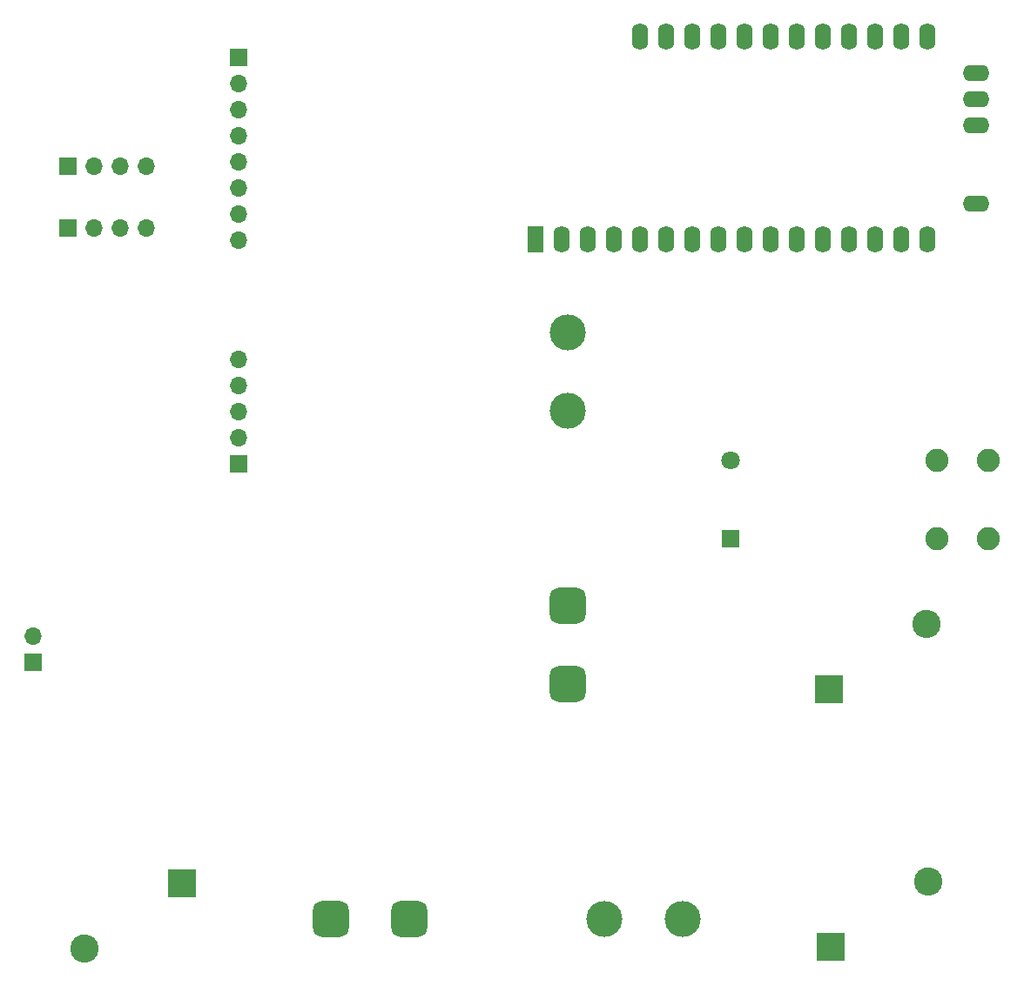
<source format=gbs>
%TF.GenerationSoftware,KiCad,Pcbnew,8.0.7*%
%TF.CreationDate,2025-01-14T10:08:52+01:00*%
%TF.ProjectId,pv_test_station,70765f74-6573-4745-9f73-746174696f6e,rev?*%
%TF.SameCoordinates,Original*%
%TF.FileFunction,Soldermask,Bot*%
%TF.FilePolarity,Negative*%
%FSLAX46Y46*%
G04 Gerber Fmt 4.6, Leading zero omitted, Abs format (unit mm)*
G04 Created by KiCad (PCBNEW 8.0.7) date 2025-01-14 10:08:52*
%MOMM*%
%LPD*%
G01*
G04 APERTURE LIST*
G04 Aperture macros list*
%AMRoundRect*
0 Rectangle with rounded corners*
0 $1 Rounding radius*
0 $2 $3 $4 $5 $6 $7 $8 $9 X,Y pos of 4 corners*
0 Add a 4 corners polygon primitive as box body*
4,1,4,$2,$3,$4,$5,$6,$7,$8,$9,$2,$3,0*
0 Add four circle primitives for the rounded corners*
1,1,$1+$1,$2,$3*
1,1,$1+$1,$4,$5*
1,1,$1+$1,$6,$7*
1,1,$1+$1,$8,$9*
0 Add four rect primitives between the rounded corners*
20,1,$1+$1,$2,$3,$4,$5,0*
20,1,$1+$1,$4,$5,$6,$7,0*
20,1,$1+$1,$6,$7,$8,$9,0*
20,1,$1+$1,$8,$9,$2,$3,0*%
G04 Aperture macros list end*
%ADD10RoundRect,0.875000X-0.875000X-0.875000X0.875000X-0.875000X0.875000X0.875000X-0.875000X0.875000X0*%
%ADD11C,3.500000*%
%ADD12R,1.700000X1.700000*%
%ADD13O,1.700000X1.700000*%
%ADD14RoundRect,0.102000X1.275000X-1.275000X1.275000X1.275000X-1.275000X1.275000X-1.275000X-1.275000X0*%
%ADD15C,2.754000*%
%ADD16RoundRect,0.875000X0.875000X-0.875000X0.875000X0.875000X-0.875000X0.875000X-0.875000X-0.875000X0*%
%ADD17R,1.800000X1.800000*%
%ADD18C,1.800000*%
%ADD19C,2.250000*%
%ADD20RoundRect,0.250000X0.550000X-1.050000X0.550000X1.050000X-0.550000X1.050000X-0.550000X-1.050000X0*%
%ADD21O,1.600000X2.600000*%
%ADD22O,2.600000X1.600000*%
%ADD23RoundRect,0.102000X-1.275000X1.275000X-1.275000X-1.275000X1.275000X-1.275000X1.275000X1.275000X0*%
G04 APERTURE END LIST*
D10*
%TO.C,F1*%
X103410000Y-141750000D03*
X111030000Y-141750000D03*
D11*
X130000000Y-141750000D03*
X137620000Y-141750000D03*
%TD*%
D12*
%TO.C,J4*%
X94500000Y-57920000D03*
D13*
X94500000Y-60460000D03*
X94500000Y-63000000D03*
X94500000Y-65540000D03*
X94500000Y-68080000D03*
X94500000Y-70620000D03*
X94500000Y-73160000D03*
X94500000Y-75700000D03*
%TD*%
D14*
%TO.C,J2*%
X152037500Y-144425000D03*
D15*
X161537500Y-138075000D03*
%TD*%
D16*
%TO.C,F2*%
X126500000Y-118855000D03*
X126500000Y-111235000D03*
D11*
X126500000Y-92265000D03*
X126500000Y-84645000D03*
%TD*%
D12*
%TO.C,J6*%
X77880000Y-68500000D03*
D13*
X80420000Y-68500000D03*
X82960000Y-68500000D03*
X85500000Y-68500000D03*
%TD*%
D17*
%TO.C,K1*%
X142347650Y-104750000D03*
D18*
X142347650Y-97150000D03*
D19*
X162347650Y-97150000D03*
X167347650Y-97150000D03*
X162347650Y-104750000D03*
X167347650Y-104750000D03*
%TD*%
D12*
%TO.C,J10*%
X74500000Y-116775000D03*
D13*
X74500000Y-114235000D03*
%TD*%
D14*
%TO.C,J3*%
X151900000Y-119425000D03*
D15*
X161400000Y-113075000D03*
%TD*%
D12*
%TO.C,J7*%
X77920000Y-74500000D03*
D13*
X80460000Y-74500000D03*
X83000000Y-74500000D03*
X85540000Y-74500000D03*
%TD*%
D20*
%TO.C,A1*%
X123320000Y-75630000D03*
D21*
X125860000Y-75630000D03*
X128400000Y-75630000D03*
X130940000Y-75630000D03*
X133480000Y-75630000D03*
X136020000Y-75630000D03*
X138560000Y-75630000D03*
X141100000Y-75630000D03*
X143640000Y-75630000D03*
X146180000Y-75630000D03*
X148720000Y-75630000D03*
X151260000Y-75630000D03*
X153800000Y-75630000D03*
X156340000Y-75630000D03*
X158880000Y-75630000D03*
X161420000Y-75630000D03*
X161420000Y-55910000D03*
X158880000Y-55910000D03*
X156340000Y-55910000D03*
X153800000Y-55910000D03*
X151260000Y-55910000D03*
X148720000Y-55910000D03*
X146180000Y-55910000D03*
X143640000Y-55910000D03*
X141100000Y-55910000D03*
X138560000Y-55910000D03*
X136020000Y-55910000D03*
X133480000Y-55910000D03*
D22*
X166200000Y-72120000D03*
X166200000Y-64500000D03*
X166200000Y-61960000D03*
X166200000Y-59420000D03*
%TD*%
D23*
%TO.C,J1*%
X88962500Y-138250000D03*
D15*
X79462500Y-144600000D03*
%TD*%
D12*
%TO.C,J9*%
X94500000Y-97500000D03*
D13*
X94500000Y-94960000D03*
X94500000Y-92420000D03*
X94500000Y-89880000D03*
X94500000Y-87340000D03*
%TD*%
M02*

</source>
